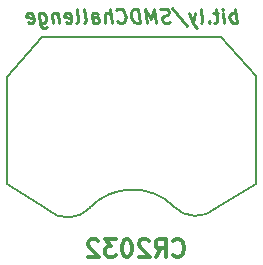
<source format=gbo>
G04 #@! TF.FileFunction,Legend,Bot*
%FSLAX46Y46*%
G04 Gerber Fmt 4.6, Leading zero omitted, Abs format (unit mm)*
G04 Created by KiCad (PCBNEW 4.0.7) date 06/28/18 12:26:11*
%MOMM*%
%LPD*%
G01*
G04 APERTURE LIST*
%ADD10C,0.100000*%
%ADD11C,0.250000*%
%ADD12C,0.300000*%
%ADD13C,0.150000*%
G04 APERTURE END LIST*
D10*
D11*
X216569999Y-84235857D02*
X216419999Y-83035857D01*
X216477142Y-83493000D02*
X216355713Y-83435857D01*
X216127142Y-83435857D01*
X216019999Y-83493000D01*
X215969999Y-83550143D01*
X215927142Y-83664429D01*
X215969999Y-84007286D01*
X216041427Y-84121571D01*
X216105713Y-84178714D01*
X216227142Y-84235857D01*
X216455713Y-84235857D01*
X216562856Y-84178714D01*
X215484285Y-84235857D02*
X215384285Y-83435857D01*
X215334285Y-83035857D02*
X215398571Y-83093000D01*
X215348571Y-83150143D01*
X215284285Y-83093000D01*
X215334285Y-83035857D01*
X215348571Y-83150143D01*
X214984284Y-83435857D02*
X214527141Y-83435857D01*
X214762856Y-83035857D02*
X214891428Y-84064429D01*
X214848570Y-84178714D01*
X214741427Y-84235857D01*
X214627141Y-84235857D01*
X214212856Y-84121571D02*
X214162856Y-84178714D01*
X214227142Y-84235857D01*
X214277142Y-84178714D01*
X214212856Y-84121571D01*
X214227142Y-84235857D01*
X213484284Y-84235857D02*
X213591427Y-84178714D01*
X213634285Y-84064429D01*
X213505713Y-83035857D01*
X213041427Y-83435857D02*
X212855713Y-84235857D01*
X212469999Y-83435857D02*
X212855713Y-84235857D01*
X213005713Y-84521571D01*
X213069999Y-84578714D01*
X213191427Y-84635857D01*
X211098570Y-82978714D02*
X212319998Y-84521571D01*
X210905713Y-84178714D02*
X210741427Y-84235857D01*
X210455713Y-84235857D01*
X210334284Y-84178714D01*
X210269998Y-84121571D01*
X210198570Y-84007286D01*
X210184284Y-83893000D01*
X210227141Y-83778714D01*
X210277141Y-83721571D01*
X210384285Y-83664429D01*
X210605713Y-83607286D01*
X210712856Y-83550143D01*
X210762856Y-83493000D01*
X210805713Y-83378714D01*
X210791428Y-83264429D01*
X210719999Y-83150143D01*
X210655713Y-83093000D01*
X210534284Y-83035857D01*
X210248570Y-83035857D01*
X210084284Y-83093000D01*
X209712856Y-84235857D02*
X209562856Y-83035857D01*
X209269999Y-83893000D01*
X208762856Y-83035857D01*
X208912856Y-84235857D01*
X208341427Y-84235857D02*
X208191427Y-83035857D01*
X207905712Y-83035857D01*
X207741427Y-83093000D01*
X207641427Y-83207286D01*
X207598569Y-83321571D01*
X207569998Y-83550143D01*
X207591426Y-83721571D01*
X207677141Y-83950143D01*
X207748570Y-84064429D01*
X207877141Y-84178714D01*
X208055712Y-84235857D01*
X208341427Y-84235857D01*
X206441426Y-84121571D02*
X206505712Y-84178714D01*
X206684284Y-84235857D01*
X206798570Y-84235857D01*
X206962855Y-84178714D01*
X207062856Y-84064429D01*
X207105713Y-83950143D01*
X207134284Y-83721571D01*
X207112856Y-83550143D01*
X207027141Y-83321571D01*
X206955713Y-83207286D01*
X206827141Y-83093000D01*
X206648570Y-83035857D01*
X206534284Y-83035857D01*
X206369998Y-83093000D01*
X206319998Y-83150143D01*
X205941427Y-84235857D02*
X205791427Y-83035857D01*
X205427141Y-84235857D02*
X205348570Y-83607286D01*
X205391427Y-83493000D01*
X205498570Y-83435857D01*
X205669998Y-83435857D01*
X205791427Y-83493000D01*
X205855713Y-83550143D01*
X204341427Y-84235857D02*
X204262856Y-83607286D01*
X204305713Y-83493000D01*
X204412856Y-83435857D01*
X204641427Y-83435857D01*
X204762856Y-83493000D01*
X204334284Y-84178714D02*
X204455713Y-84235857D01*
X204741427Y-84235857D01*
X204848570Y-84178714D01*
X204891428Y-84064429D01*
X204877142Y-83950143D01*
X204805713Y-83835857D01*
X204684284Y-83778714D01*
X204398570Y-83778714D01*
X204277141Y-83721571D01*
X203598570Y-84235857D02*
X203705713Y-84178714D01*
X203748571Y-84064429D01*
X203619999Y-83035857D01*
X202969999Y-84235857D02*
X203077142Y-84178714D01*
X203120000Y-84064429D01*
X202991428Y-83035857D01*
X202048571Y-84178714D02*
X202170000Y-84235857D01*
X202398571Y-84235857D01*
X202505714Y-84178714D01*
X202548572Y-84064429D01*
X202491429Y-83607286D01*
X202420000Y-83493000D01*
X202298571Y-83435857D01*
X202070000Y-83435857D01*
X201962857Y-83493000D01*
X201920000Y-83607286D01*
X201934285Y-83721571D01*
X202520000Y-83835857D01*
X201384286Y-83435857D02*
X201484286Y-84235857D01*
X201398572Y-83550143D02*
X201334286Y-83493000D01*
X201212857Y-83435857D01*
X201041429Y-83435857D01*
X200934286Y-83493000D01*
X200891429Y-83607286D01*
X200970000Y-84235857D01*
X199784286Y-83435857D02*
X199905715Y-84407286D01*
X199977143Y-84521571D01*
X200041429Y-84578714D01*
X200162857Y-84635857D01*
X200334286Y-84635857D01*
X200441429Y-84578714D01*
X199877143Y-84178714D02*
X199998572Y-84235857D01*
X200227143Y-84235857D01*
X200334286Y-84178714D01*
X200384286Y-84121571D01*
X200427144Y-84007286D01*
X200384287Y-83664429D01*
X200312858Y-83550143D01*
X200248572Y-83493000D01*
X200127143Y-83435857D01*
X199898572Y-83435857D01*
X199791429Y-83493000D01*
X198848572Y-84178714D02*
X198970001Y-84235857D01*
X199198572Y-84235857D01*
X199305715Y-84178714D01*
X199348573Y-84064429D01*
X199291430Y-83607286D01*
X199220001Y-83493000D01*
X199098572Y-83435857D01*
X198870001Y-83435857D01*
X198762858Y-83493000D01*
X198720001Y-83607286D01*
X198734286Y-83721571D01*
X199320001Y-83835857D01*
D12*
X211168856Y-103913714D02*
X211240285Y-103985143D01*
X211454571Y-104056571D01*
X211597428Y-104056571D01*
X211811713Y-103985143D01*
X211954571Y-103842286D01*
X212025999Y-103699429D01*
X212097428Y-103413714D01*
X212097428Y-103199429D01*
X212025999Y-102913714D01*
X211954571Y-102770857D01*
X211811713Y-102628000D01*
X211597428Y-102556571D01*
X211454571Y-102556571D01*
X211240285Y-102628000D01*
X211168856Y-102699429D01*
X209668856Y-104056571D02*
X210168856Y-103342286D01*
X210525999Y-104056571D02*
X210525999Y-102556571D01*
X209954571Y-102556571D01*
X209811713Y-102628000D01*
X209740285Y-102699429D01*
X209668856Y-102842286D01*
X209668856Y-103056571D01*
X209740285Y-103199429D01*
X209811713Y-103270857D01*
X209954571Y-103342286D01*
X210525999Y-103342286D01*
X209097428Y-102699429D02*
X209025999Y-102628000D01*
X208883142Y-102556571D01*
X208525999Y-102556571D01*
X208383142Y-102628000D01*
X208311713Y-102699429D01*
X208240285Y-102842286D01*
X208240285Y-102985143D01*
X208311713Y-103199429D01*
X209168856Y-104056571D01*
X208240285Y-104056571D01*
X207311714Y-102556571D02*
X207168857Y-102556571D01*
X207026000Y-102628000D01*
X206954571Y-102699429D01*
X206883142Y-102842286D01*
X206811714Y-103128000D01*
X206811714Y-103485143D01*
X206883142Y-103770857D01*
X206954571Y-103913714D01*
X207026000Y-103985143D01*
X207168857Y-104056571D01*
X207311714Y-104056571D01*
X207454571Y-103985143D01*
X207526000Y-103913714D01*
X207597428Y-103770857D01*
X207668857Y-103485143D01*
X207668857Y-103128000D01*
X207597428Y-102842286D01*
X207526000Y-102699429D01*
X207454571Y-102628000D01*
X207311714Y-102556571D01*
X206311714Y-102556571D02*
X205383143Y-102556571D01*
X205883143Y-103128000D01*
X205668857Y-103128000D01*
X205526000Y-103199429D01*
X205454571Y-103270857D01*
X205383143Y-103413714D01*
X205383143Y-103770857D01*
X205454571Y-103913714D01*
X205526000Y-103985143D01*
X205668857Y-104056571D01*
X206097429Y-104056571D01*
X206240286Y-103985143D01*
X206311714Y-103913714D01*
X204811715Y-102699429D02*
X204740286Y-102628000D01*
X204597429Y-102556571D01*
X204240286Y-102556571D01*
X204097429Y-102628000D01*
X204026000Y-102699429D01*
X203954572Y-102842286D01*
X203954572Y-102985143D01*
X204026000Y-103199429D01*
X204883143Y-104056571D01*
X203954572Y-104056571D01*
D13*
X214820500Y-99885500D02*
X218186000Y-97917000D01*
X200469500Y-100012500D02*
X197104000Y-97917000D01*
X214845900Y-99885500D02*
G75*
G02X211162900Y-99758500I-1778000J1905000D01*
G01*
X204139800Y-99885500D02*
G75*
G02X200456800Y-100012500I-1905000J1778000D01*
G01*
X204089000Y-99885500D02*
G75*
G02X211201000Y-99758500I3619500J-3492500D01*
G01*
X200025000Y-85471000D02*
X197104000Y-88836500D01*
X218186000Y-88773000D02*
X215201500Y-85407500D01*
X215265000Y-85471000D02*
X200025000Y-85471000D01*
X218186000Y-97917000D02*
X218186000Y-88773000D01*
X197104000Y-97917000D02*
X197104000Y-88773000D01*
M02*

</source>
